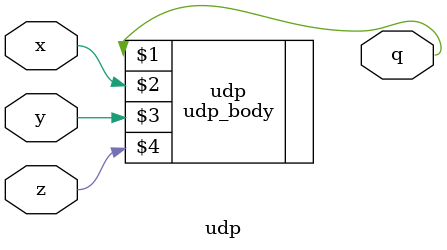
<source format=v>
`timescale 1ns / 1ps

`include "udp_body.v"
module udp(
    output q,
    input x,
    input y,
    input z
);
udp_body udp(q, x, y, z);
endmodule    
 


</source>
